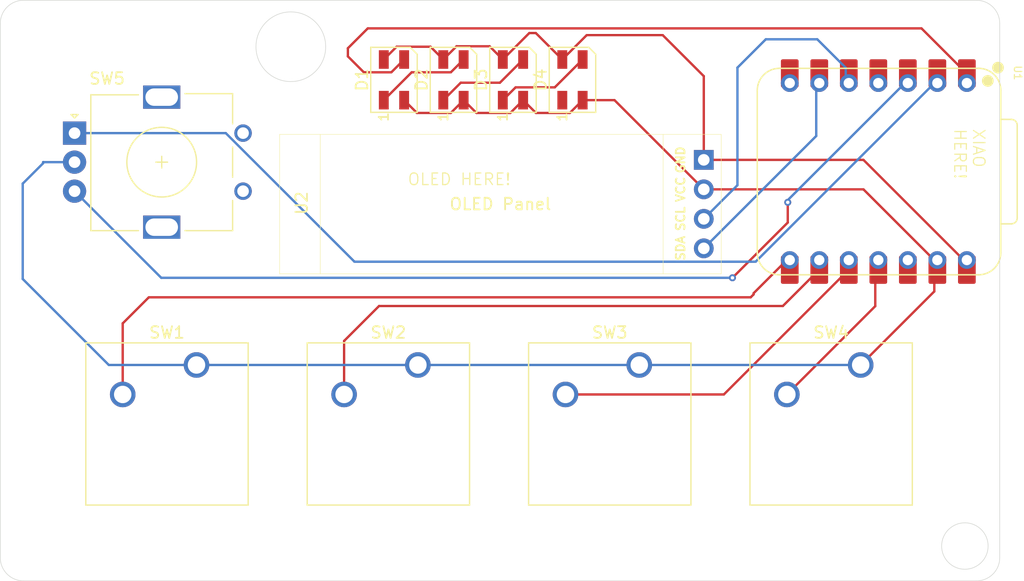
<source format=kicad_pcb>
(kicad_pcb (version 20241229) (generator "pcbnew") (generator_version "9.0")
  (layers (0 "F.Cu" signal) (2 "B.Cu" signal) (13 "F.Paste" user) (15 "B.Paste" user) (5 "F.SilkS" user "F.Silkscreen") (7 "B.SilkS" user "B.Silkscreen") (1 "F.Mask" user) (3 "B.Mask" user) (25 "Edge.Cuts" user))
  (net 0 "")
  (net 1 "Net-(D1-DOUT)")
  (net 2 "Net-(D1-DIN)")
  (net 3 "GND")
  (net 4 "+5V")
  (net 5 "Net-(D2-DOUT)")
  (net 6 "Net-(D3-DOUT)")
  (net 8 "Net-(U1-GPIO1{slash}RX)")
  (net 9 "Net-(U1-GPIO2{slash}SCK)")
  (net 10 "Net-(U1-GPIO4{slash}MISO)")
  (net 11 "Net-(U1-GPIO3{slash}MOSI)")
  (net 12 "Net-(U1-GPIO28{slash}ADC2{slash}A2)")
  (net 13 "Net-(U1-GPIO27{slash}ADC1{slash}A1)")
  (net 15 "Net-(U1-GPIO7{slash}SCL)")
  (net 18 "Net-(U1-GPIO6{slash}SDA)")
  (footprint "Seeed Studio XIAO Series Library:XIAO-RP2040-DIP" (layer "F.Cu") (at 144.5515 68.75 -90)
    (property "Reference" "U1" (at -8.5 -12 270) (layer "F.SilkS") (effects (font (size 0.635 0.635) (thickness 0.1016))))
    (property "Value" "XIAO-RP2040-DIP")
    (fp_line (start -6.985 10.414) (end 6.985 10.414) (stroke (width 0.127)) (layer "F.SilkS"))
    (fp_line (start -8.89 8.509) (end -8.89 -8.636) (stroke (width 0.127)) (layer "F.SilkS"))
    (fp_line (start 8.89 8.509) (end 8.89 -8.636) (stroke (width 0.127)) (layer "F.SilkS"))
    (fp_line (start -4.495 -10.541) (end -4.491272 -11.451272) (stroke (width 0.127)) (layer "F.SilkS"))
    (fp_line (start 6.985 -10.541) (end -6.985 -10.541) (stroke (width 0.1)) (layer "F.SilkS"))
    (fp_line (start 6.985 -10.541) (end -6.985 -10.541) (stroke (width 0.127)) (layer "F.SilkS"))
    (fp_line (start 4.504 -11.451) (end 4.504 -10.541) (stroke (width 0.127)) (layer "F.SilkS"))
    (fp_line (start -3.991272 -11.951) (end 4.004 -11.951) (stroke (width 0.127)) (layer "F.SilkS"))
    (fp_arc (start -6.985 10.414) (mid -8.332038 9.856038) (end -8.89 8.509) (stroke (width 0.127)) (layer "F.SilkS"))
    (fp_arc (start 8.89 8.509) (mid 8.332038 9.856038) (end 6.985 10.414) (stroke (width 0.127)) (layer "F.SilkS"))
    (fp_arc (start -8.89 -8.636) (mid -8.332038 -9.983038) (end -6.985 -10.541) (stroke (width 0.127)) (layer "F.SilkS"))
    (fp_arc (start 6.985 -10.541) (mid 8.332038 -9.983038) (end 8.89 -8.636) (stroke (width 0.127)) (layer "F.SilkS"))
    (fp_arc (start -4.491272 -11.451272) (mid -4.344728 -11.80464) (end -3.991272 -11.951) (stroke (width 0.127)) (layer "F.SilkS"))
    (fp_arc (start 4.004 -11.951) (mid 4.357553 -11.804553) (end 4.504 -11.451) (stroke (width 0.127)) (layer "F.SilkS"))
    (fp_circle (center -7.807 -9.42) (end -7.807 -9.674) (stroke (width 0.5)) (fill yes) (layer "F.SilkS"))
    (fp_circle (center -8.95 -10.3) (end -8.95 -10.554) (stroke (width 0.5)) (fill yes) (layer "F.SilkS"))
    (pad "1" smd roundrect (at -8.455 -7.62 90) (size 2.432 1.524) (layers "F.Cu" "F.Mask") (roundrect_rratio 0.1) (net 2 "Net-(D1-DIN)"))
    (pad "1" thru_hole circle (at -7.62 -7.62 90) (size 1.524 1.524) (drill 0.889) (layers "*.Cu" "*.Mask") (net 2 "Net-(D1-DIN)"))
    (pad "2" smd roundrect (at -8.455 -5.08 90) (size 2.432 1.524) (layers "F.Cu" "F.Mask") (roundrect_rratio 0.1) (net 13 "Net-(U1-GPIO27{slash}ADC1{slash}A1)"))
    (pad "2" thru_hole circle (at -7.62 -5.08 90) (size 1.524 1.524) (drill 0.889) (layers "*.Cu" "*.Mask") (net 13 "Net-(U1-GPIO27{slash}ADC1{slash}A1)"))
    (pad "3" smd roundrect (at -8.455 -2.54 90) (size 2.432 1.524) (layers "F.Cu" "F.Mask") (roundrect_rratio 0.1) (net 12 "Net-(U1-GPIO28{slash}ADC2{slash}A2)"))
    (pad "3" thru_hole circle (at -7.62 -2.54 90) (size 1.524 1.524) (drill 0.889) (layers "*.Cu" "*.Mask") (net 12 "Net-(U1-GPIO28{slash}ADC2{slash}A2)"))
    (pad "4" smd roundrect (at -8.455 0 90) (size 2.432 1.524) (layers "F.Cu" "F.Mask") (roundrect_rratio 0.1))
    (pad "4" thru_hole circle (at -7.62 0 90) (size 1.524 1.524) (drill 0.889) (layers "*.Cu" "*.Mask"))
    (pad "5" smd roundrect (at -8.455 2.54 90) (size 2.432 1.524) (layers "F.Cu" "F.Mask") (roundrect_rratio 0.1) (net 18 "Net-(U1-GPIO6{slash}SDA)"))
    (pad "5" thru_hole circle (at -7.62 2.54 90) (size 1.524 1.524) (drill 0.889) (layers "*.Cu" "*.Mask") (net 18 "Net-(U1-GPIO6{slash}SDA)"))
    (pad "6" smd roundrect (at -8.455 5.08 90) (size 2.432 1.524) (layers "F.Cu" "F.Mask") (roundrect_rratio 0.1) (net 15 "Net-(U1-GPIO7{slash}SCL)"))
    (pad "6" thru_hole circle (at -7.62 5.08 90) (size 1.524 1.524) (drill 0.889) (layers "*.Cu" "*.Mask") (net 15 "Net-(U1-GPIO7{slash}SCL)"))
    (pad "7" smd roundrect (at -8.455 7.62 90) (size 2.432 1.524) (layers "F.Cu" "F.Mask") (roundrect_rratio 0.1))
    (pad "7" thru_hole circle (at -7.62 7.62 90) (size 1.524 1.524) (drill 0.889) (layers "*.Cu" "*.Mask"))
    (pad "8" thru_hole circle (at 7.62 7.62 270) (size 1.524 1.524) (drill 0.889) (layers "*.Cu" "*.Mask") (net 8 "Net-(U1-GPIO1{slash}RX)"))
    (pad "8" smd roundrect (at 8.455 7.62 270) (size 2.432 1.524) (layers "F.Cu" "F.Mask") (roundrect_rratio 0.1) (net 8 "Net-(U1-GPIO1{slash}RX)"))
    (pad "9" thru_hole circle (at 7.62 5.08 270) (size 1.524 1.524) (drill 0.889) (layers "*.Cu" "*.Mask") (net 9 "Net-(U1-GPIO2{slash}SCK)"))
    (pad "9" smd roundrect (at 8.455 5.08 270) (size 2.432 1.524) (layers "F.Cu" "F.Mask") (roundrect_rratio 0.1) (net 9 "Net-(U1-GPIO2{slash}SCK)"))
    (pad "10" thru_hole circle (at 7.62 2.54 270) (size 1.524 1.524) (drill 0.889) (layers "*.Cu" "*.Mask") (net 10 "Net-(U1-GPIO4{slash}MISO)"))
    (pad "10" smd roundrect (at 8.455 2.54 270) (size 2.432 1.524) (layers "F.Cu" "F.Mask") (roundrect_rratio 0.1) (net 10 "Net-(U1-GPIO4{slash}MISO)"))
    (pad "11" thru_hole circle (at 7.62 0 270) (size 1.524 1.524) (drill 0.889) (layers "*.Cu" "*.Mask") (net 11 "Net-(U1-GPIO3{slash}MOSI)"))
    (pad "11" smd roundrect (at 8.455 0 270) (size 2.432 1.524) (layers "F.Cu" "F.Mask") (roundrect_rratio 0.1) (net 11 "Net-(U1-GPIO3{slash}MOSI)"))
    (pad "12" thru_hole circle (at 7.62 -2.54 270) (size 1.524 1.524) (drill 0.889) (layers "*.Cu" "*.Mask"))
    (pad "12" smd roundrect (at 8.455 -2.54 270) (size 2.432 1.524) (layers "F.Cu" "F.Mask") (roundrect_rratio 0.1))
    (pad "13" thru_hole circle (at 7.62 -5.08 270) (size 1.524 1.524) (drill 0.889) (layers "*.Cu" "*.Mask") (net 3 "GND"))
    (pad "13" smd roundrect (at 8.455 -5.08 270) (size 2.432 1.524) (layers "F.Cu" "F.Mask") (roundrect_rratio 0.1) (net 3 "GND"))
    (pad "14" thru_hole circle (at 7.62 -7.62 270) (size 1.524 1.524) (drill 0.889) (layers "*.Cu" "*.Mask") (net 4 "+5V"))
    (pad "14" smd roundrect (at 8.455 -7.62 270) (size 2.432 1.524) (layers "F.Cu" "F.Mask") (roundrect_rratio 0.1) (net 4 "+5V"))
  )
  (footprint "Button_Switch_Keyboard:SW_Cherry_MX_1.00u_PCB" (layer "F.Cu") (at 143.03375 85.4075)
    (property "Reference" "SW4" (at -2.54 -2.794 0) (layer "F.SilkS"))
    (property "Value" "SW_Push")
    (fp_line (start -9.525 -1.905) (end 4.445 -1.905) (stroke (width 0.12)) (layer "F.SilkS"))
    (fp_line (start -9.525 12.065) (end -9.525 -1.905) (stroke (width 0.12)) (layer "F.SilkS"))
    (fp_line (start 4.445 -1.905) (end 4.445 12.065) (stroke (width 0.12)) (layer "F.SilkS"))
    (fp_line (start 4.445 12.065) (end -9.525 12.065) (stroke (width 0.12)) (layer "F.SilkS"))
    (pad "" np_thru_hole circle (at -7.62 5.08) (size 1.7 1.7) (drill 1.7) (layers "*.Cu" "*.Mask"))
    (pad "" np_thru_hole circle (at -2.54 5.08) (size 4 4) (drill 4) (layers "*.Cu" "*.Mask"))
    (pad "" np_thru_hole circle (at 2.54 5.08) (size 1.7 1.7) (drill 1.7) (layers "*.Cu" "*.Mask"))
    (pad "1" thru_hole circle (at 0 0) (size 2.2 2.2) (drill 1.5) (layers "*.Cu" "*.Mask") (net 3 "GND"))
    (pad "2" thru_hole circle (at -6.35 2.54) (size 2.2 2.2) (drill 1.5) (layers "*.Cu" "*.Mask") (net 11 "Net-(U1-GPIO3{slash}MOSI)"))
  )
  (footprint "LED_SMD:LED_SK6812MINI_PLCC4_3.5x3.5mm_P1.75mm" (layer "F.Cu") (at 113.115 60.85 90)
    (property "Reference" "D3" (at 0 -2.75 90) (layer "F.SilkS"))
    (property "Value" "SK6812MINI")
    (fp_line (start -2.8 -2) (end 2.8 -2) (stroke (width 0.12)) (layer "F.SilkS"))
    (fp_line (start -2.8 -2) (end -2.8 2) (stroke (width 0.12)) (layer "F.SilkS"))
    (fp_line (start 2.8 1.4) (end 2.8 -2) (stroke (width 0.12)) (layer "F.SilkS"))
    (fp_line (start 2.8 1.4) (end 2.2 2) (stroke (width 0.12)) (layer "F.SilkS"))
    (fp_line (start -2.8 2) (end 2.2 2) (stroke (width 0.12)) (layer "F.SilkS"))
    (fp_text user "1" (at -3.2 -0.875 90) (layer "F.SilkS") (effects (font (size 0.8 0.8))))
    (pad "1" smd rect (at -1.75 -0.875 90) (size 1.6 0.85) (layers "F.Cu" "F.Mask" "F.Paste") (net 6 "Net-(D3-DOUT)"))
    (pad "2" smd rect (at -1.75 0.875 90) (size 1.6 0.85) (layers "F.Cu" "F.Mask" "F.Paste") (net 3 "GND"))
    (pad "3" smd rect (at 1.75 0.875 90) (size 1.6 0.85) (layers "F.Cu" "F.Mask" "F.Paste") (net 5 "Net-(D2-DOUT)"))
    (pad "4" smd rect (at 1.75 -0.875 90) (size 1.6 0.85) (layers "F.Cu" "F.Mask" "F.Paste") (net 4 "+5V"))
  )
  (footprint "Rotary_Encoder:RotaryEncoder_Alps_EC11E_Vertical_H20mm" (layer "F.Cu") (at 75.39 65.44)
    (property "Reference" "SW5" (at 2.8 -4.7 0) (layer "F.SilkS"))
    (property "Value" "RotaryEncoder")
    (fp_line (start -0.3 -1.6) (end 0.3 -1.6) (stroke (width 0.12)) (layer "F.SilkS"))
    (fp_line (start 0 -1.3) (end -0.3 -1.6) (stroke (width 0.12)) (layer "F.SilkS"))
    (fp_line (start 0.3 -1.6) (end 0 -1.3) (stroke (width 0.12)) (layer "F.SilkS"))
    (fp_line (start 1.4 -3.3) (end 1.4 8.4) (stroke (width 0.12)) (layer "F.SilkS"))
    (fp_line (start 5.5 -3.3) (end 1.4 -3.3) (stroke (width 0.12)) (layer "F.SilkS"))
    (fp_line (start 5.5 8.4) (end 1.4 8.4) (stroke (width 0.12)) (layer "F.SilkS"))
    (fp_line (start 7 2.5) (end 8 2.5) (stroke (width 0.12)) (layer "F.SilkS"))
    (fp_line (start 7.5 2) (end 7.5 3) (stroke (width 0.12)) (layer "F.SilkS"))
    (fp_line (start 9.5 -3.4) (end 13.6 -3.4) (stroke (width 0.12)) (layer "F.SilkS"))
    (fp_line (start 13.6 -3.4) (end 13.6 -0.8) (stroke (width 0.12)) (layer "F.SilkS"))
    (fp_line (start 13.6 1.2) (end 13.6 3.8) (stroke (width 0.12)) (layer "F.SilkS"))
    (fp_line (start 13.6 5.8) (end 13.6 8.4) (stroke (width 0.12)) (layer "F.SilkS"))
    (fp_line (start 13.6 8.4) (end 9.5 8.4) (stroke (width 0.12)) (layer "F.SilkS"))
    (fp_circle (center 7.5 2.5) (end 10.5 2.5) (stroke (width 0.12)) (fill no) (layer "F.SilkS"))
    (pad "" thru_hole circle (at 14.5 0) (size 1.5 1.5) (drill 1) (layers "*.Cu" "*.Mask"))
    (pad "" thru_hole circle (at 14.5 5) (size 1.5 1.5) (drill 1) (layers "*.Cu" "*.Mask"))
    (pad "A" thru_hole rect (at 0 0) (size 2 2) (drill 1) (layers "*.Cu" "*.Mask") (net 13 "Net-(U1-GPIO27{slash}ADC1{slash}A1)"))
    (pad "B" thru_hole circle (at 0 5) (size 2 2) (drill 1) (layers "*.Cu" "*.Mask") (net 12 "Net-(U1-GPIO28{slash}ADC2{slash}A2)"))
    (pad "C" thru_hole circle (at 0 2.5) (size 2 2) (drill 1) (layers "*.Cu" "*.Mask") (net 3 "GND"))
    (pad "MP" thru_hole rect (at 7.5 -3.1) (size 3.2 2) (drill oval 2.8 1.5) (layers "*.Cu" "*.Mask"))
    (pad "MP" thru_hole rect (at 7.5 8.1) (size 3.2 2) (drill oval 2.8 1.5) (layers "*.Cu" "*.Mask"))
  )
  (footprint "LED_SMD:LED_SK6812MINI_PLCC4_3.5x3.5mm_P1.75mm" (layer "F.Cu") (at 102.875 60.85 90)
    (property "Reference" "D1" (at 0 -2.75 90) (layer "F.SilkS"))
    (property "Value" "SK6812MINI")
    (fp_line (start -2.8 -2) (end 2.8 -2) (stroke (width 0.12)) (layer "F.SilkS"))
    (fp_line (start -2.8 -2) (end -2.8 2) (stroke (width 0.12)) (layer "F.SilkS"))
    (fp_line (start 2.8 1.4) (end 2.8 -2) (stroke (width 0.12)) (layer "F.SilkS"))
    (fp_line (start 2.8 1.4) (end 2.2 2) (stroke (width 0.12)) (layer "F.SilkS"))
    (fp_line (start -2.8 2) (end 2.2 2) (stroke (width 0.12)) (layer "F.SilkS"))
    (fp_text user "1" (at -3.2 -0.875 90) (layer "F.SilkS") (effects (font (size 0.8 0.8))))
    (pad "1" smd rect (at -1.75 -0.875 90) (size 1.6 0.85) (layers "F.Cu" "F.Mask" "F.Paste") (net 1 "Net-(D1-DOUT)"))
    (pad "2" smd rect (at -1.75 0.875 90) (size 1.6 0.85) (layers "F.Cu" "F.Mask" "F.Paste") (net 3 "GND"))
    (pad "3" smd rect (at 1.75 0.875 90) (size 1.6 0.85) (layers "F.Cu" "F.Mask" "F.Paste") (net 2 "Net-(D1-DIN)"))
    (pad "4" smd rect (at 1.75 -0.875 90) (size 1.6 0.85) (layers "F.Cu" "F.Mask" "F.Paste") (net 4 "+5V"))
  )
  (footprint "Button_Switch_Keyboard:SW_Cherry_MX_1.00u_PCB" (layer "F.Cu") (at 123.98375 85.4075)
    (property "Reference" "SW3" (at -2.54 -2.794 0) (layer "F.SilkS"))
    (property "Value" "SW_Push")
    (fp_line (start -9.525 -1.905) (end 4.445 -1.905) (stroke (width 0.12)) (layer "F.SilkS"))
    (fp_line (start -9.525 12.065) (end -9.525 -1.905) (stroke (width 0.12)) (layer "F.SilkS"))
    (fp_line (start 4.445 -1.905) (end 4.445 12.065) (stroke (width 0.12)) (layer "F.SilkS"))
    (fp_line (start 4.445 12.065) (end -9.525 12.065) (stroke (width 0.12)) (layer "F.SilkS"))
    (pad "" np_thru_hole circle (at -7.62 5.08) (size 1.7 1.7) (drill 1.7) (layers "*.Cu" "*.Mask"))
    (pad "" np_thru_hole circle (at -2.54 5.08) (size 4 4) (drill 4) (layers "*.Cu" "*.Mask"))
    (pad "" np_thru_hole circle (at 2.54 5.08) (size 1.7 1.7) (drill 1.7) (layers "*.Cu" "*.Mask"))
    (pad "1" thru_hole circle (at 0 0) (size 2.2 2.2) (drill 1.5) (layers "*.Cu" "*.Mask") (net 3 "GND"))
    (pad "2" thru_hole circle (at -6.35 2.54) (size 2.2 2.2) (drill 1.5) (layers "*.Cu" "*.Mask") (net 10 "Net-(U1-GPIO4{slash}MISO)"))
  )
  (footprint "Button_Switch_Keyboard:SW_Cherry_MX_1.00u_PCB" (layer "F.Cu") (at 85.88375 85.4075)
    (property "Reference" "SW1" (at -2.54 -2.794 0) (layer "F.SilkS"))
    (property "Value" "SW_Push")
    (fp_line (start -9.525 -1.905) (end 4.445 -1.905) (stroke (width 0.12)) (layer "F.SilkS"))
    (fp_line (start -9.525 12.065) (end -9.525 -1.905) (stroke (width 0.12)) (layer "F.SilkS"))
    (fp_line (start 4.445 -1.905) (end 4.445 12.065) (stroke (width 0.12)) (layer "F.SilkS"))
    (fp_line (start 4.445 12.065) (end -9.525 12.065) (stroke (width 0.12)) (layer "F.SilkS"))
    (pad "" np_thru_hole circle (at -7.62 5.08) (size 1.7 1.7) (drill 1.7) (layers "*.Cu" "*.Mask"))
    (pad "" np_thru_hole circle (at -2.54 5.08) (size 4 4) (drill 4) (layers "*.Cu" "*.Mask"))
    (pad "" np_thru_hole circle (at 2.54 5.08) (size 1.7 1.7) (drill 1.7) (layers "*.Cu" "*.Mask"))
    (pad "1" thru_hole circle (at 0 0) (size 2.2 2.2) (drill 1.5) (layers "*.Cu" "*.Mask") (net 3 "GND"))
    (pad "2" thru_hole circle (at -6.35 2.54) (size 2.2 2.2) (drill 1.5) (layers "*.Cu" "*.Mask") (net 8 "Net-(U1-GPIO1{slash}RX)"))
  )
  (footprint "LED_SMD:LED_SK6812MINI_PLCC4_3.5x3.5mm_P1.75mm" (layer "F.Cu") (at 118.235 60.85 90)
    (property "Reference" "D4" (at 0 -2.75 90) (layer "F.SilkS"))
    (property "Value" "SK6812MINI")
    (fp_line (start -2.8 -2) (end 2.8 -2) (stroke (width 0.12)) (layer "F.SilkS"))
    (fp_line (start -2.8 -2) (end -2.8 2) (stroke (width 0.12)) (layer "F.SilkS"))
    (fp_line (start 2.8 1.4) (end 2.8 -2) (stroke (width 0.12)) (layer "F.SilkS"))
    (fp_line (start 2.8 1.4) (end 2.2 2) (stroke (width 0.12)) (layer "F.SilkS"))
    (fp_line (start -2.8 2) (end 2.2 2) (stroke (width 0.12)) (layer "F.SilkS"))
    (fp_text user "1" (at -3.2 -0.875 90) (layer "F.SilkS") (effects (font (size 0.8 0.8))))
    (pad "1" smd rect (at -1.75 -0.875 90) (size 1.6 0.85) (layers "F.Cu" "F.Mask" "F.Paste"))
    (pad "2" smd rect (at -1.75 0.875 90) (size 1.6 0.85) (layers "F.Cu" "F.Mask" "F.Paste") (net 3 "GND"))
    (pad "3" smd rect (at 1.75 0.875 90) (size 1.6 0.85) (layers "F.Cu" "F.Mask" "F.Paste") (net 6 "Net-(D3-DOUT)"))
    (pad "4" smd rect (at 1.75 -0.875 90) (size 1.6 0.85) (layers "F.Cu" "F.Mask" "F.Paste") (net 4 "+5V"))
  )
  (footprint "LED_SMD:LED_SK6812MINI_PLCC4_3.5x3.5mm_P1.75mm" (layer "F.Cu") (at 107.995 60.85 90)
    (property "Reference" "D2" (at 0 -2.75 90) (layer "F.SilkS"))
    (property "Value" "SK6812MINI")
    (fp_line (start -2.8 -2) (end 2.8 -2) (stroke (width 0.12)) (layer "F.SilkS"))
    (fp_line (start -2.8 -2) (end -2.8 2) (stroke (width 0.12)) (layer "F.SilkS"))
    (fp_line (start 2.8 1.4) (end 2.8 -2) (stroke (width 0.12)) (layer "F.SilkS"))
    (fp_line (start 2.8 1.4) (end 2.2 2) (stroke (width 0.12)) (layer "F.SilkS"))
    (fp_line (start -2.8 2) (end 2.2 2) (stroke (width 0.12)) (layer "F.SilkS"))
    (fp_text user "1" (at -3.2 -0.875 90) (layer "F.SilkS") (effects (font (size 0.8 0.8))))
    (pad "1" smd rect (at -1.75 -0.875 90) (size 1.6 0.85) (layers "F.Cu" "F.Mask" "F.Paste") (net 5 "Net-(D2-DOUT)"))
    (pad "2" smd rect (at -1.75 0.875 90) (size 1.6 0.85) (layers "F.Cu" "F.Mask" "F.Paste") (net 3 "GND"))
    (pad "3" smd rect (at 1.75 0.875 90) (size 1.6 0.85) (layers "F.Cu" "F.Mask" "F.Paste") (net 1 "Net-(D1-DOUT)"))
    (pad "4" smd rect (at 1.75 -0.875 90) (size 1.6 0.85) (layers "F.Cu" "F.Mask" "F.Paste") (net 4 "+5V"))
  )
  (footprint "KiCad-SSD1306-0.91-OLED-4pin-128x32.pretty-master:SSD1306-0.91-OLED-4pin-128x32" (layer "F.Cu") (at 93.03375 65.5525)
    (property "Reference" "U2" (at 1.9 5.91 90) (layer "F.SilkS"))
    (property "Value" "SSD1306")
    (fp_line (start 0 0) (end 0 12) (stroke (width 0.04)) (layer "F.SilkS"))
    (fp_line (start 0 12) (end 38 12) (stroke (width 0.04)) (layer "F.SilkS"))
    (fp_line (start 3.5 0) (end 3.5 12) (stroke (width 0.04)) (layer "F.SilkS"))
    (fp_line (start 33 0) (end 33 12) (stroke (width 0.04)) (layer "F.SilkS"))
    (fp_line (start 38 0) (end 0 0) (stroke (width 0.04)) (layer "F.SilkS"))
    (fp_line (start 38 12) (end 38 0) (stroke (width 0.04)) (layer "F.SilkS"))
    (fp_text user "SCL" (at 34.5 7.27 270) (layer "F.SilkS") (effects (font (size 0.75 0.75))))
    (fp_text user "SDA" (at 34.5 9.81 270) (layer "F.SilkS") (effects (font (size 0.75 0.75))))
    (fp_text user "VCC" (at 34.5 4.73 270) (layer "F.SilkS") (effects (font (size 0.75 0.75))))
    (fp_text user "GND" (at 34.5 2.19 270) (layer "F.SilkS") (effects (font (size 0.75 0.75))))
    (fp_text user "OLED Panel" (at 19 6 0) (layer "F.SilkS"))
    (pad "1" thru_hole rect (at 36.5 2.19) (size 1.7 1.7) (drill 1) (layers "*.Cu" "*.Mask") (net 4 "+5V"))
    (pad "2" thru_hole oval (at 36.5 4.73) (size 1.7 1.7) (drill 1) (layers "*.Cu" "*.Mask") (net 3 "GND"))
    (pad "3" thru_hole oval (at 36.5 7.27) (size 1.7 1.7) (drill 1) (layers "*.Cu" "*.Mask") (net 18 "Net-(U1-GPIO6{slash}SDA)"))
    (pad "4" thru_hole oval (at 36.5 9.81) (size 1.7 1.7) (drill 1) (layers "*.Cu" "*.Mask") (net 15 "Net-(U1-GPIO7{slash}SCL)"))
  )
  (footprint "Button_Switch_Keyboard:SW_Cherry_MX_1.00u_PCB" (layer "F.Cu") (at 104.93375 85.4075)
    (property "Reference" "SW2" (at -2.54 -2.794 0) (layer "F.SilkS"))
    (property "Value" "SW_Push")
    (fp_line (start -9.525 -1.905) (end 4.445 -1.905) (stroke (width 0.12)) (layer "F.SilkS"))
    (fp_line (start -9.525 12.065) (end -9.525 -1.905) (stroke (width 0.12)) (layer "F.SilkS"))
    (fp_line (start 4.445 -1.905) (end 4.445 12.065) (stroke (width 0.12)) (layer "F.SilkS"))
    (fp_line (start 4.445 12.065) (end -9.525 12.065) (stroke (width 0.12)) (layer "F.SilkS"))
    (pad "" np_thru_hole circle (at -7.62 5.08) (size 1.7 1.7) (drill 1.7) (layers "*.Cu" "*.Mask"))
    (pad "" np_thru_hole circle (at -2.54 5.08) (size 4 4) (drill 4) (layers "*.Cu" "*.Mask"))
    (pad "" np_thru_hole circle (at 2.54 5.08) (size 1.7 1.7) (drill 1.7) (layers "*.Cu" "*.Mask"))
    (pad "1" thru_hole circle (at 0 0) (size 2.2 2.2) (drill 1.5) (layers "*.Cu" "*.Mask") (net 3 "GND"))
    (pad "2" thru_hole circle (at -6.35 2.54) (size 2.2 2.2) (drill 1.5) (layers "*.Cu" "*.Mask") (net 9 "Net-(U1-GPIO2{slash}SCK)"))
  )
  (gr_line (start 153 104) (end 71 104) (stroke (width 0.05)) (layer "Edge.Cuts"))
  (gr_line (start 155 56) (end 155 102) (stroke (width 0.05)) (layer "Edge.Cuts"))
  (gr_arc (start 71 104) (mid 69.585786 103.414214) (end 69 102) (stroke (width 0.05)) (layer "Edge.Cuts"))
  (gr_arc (start 69 56) (mid 69.585786 54.585786) (end 71 54) (stroke (width 0.05)) (layer "Edge.Cuts"))
  (gr_line (start 71 54) (end 153 54) (stroke (width 0.05)) (layer "Edge.Cuts"))
  (gr_arc (start 155 102) (mid 154.414214 103.414214) (end 153 104) (stroke (width 0.05)) (layer "Edge.Cuts"))
  (gr_circle (center 94 58) (end 97 58) (stroke (width 0.05)) (fill no) (layer "Edge.Cuts"))
  (gr_circle (center 152 101) (end 152 99) (stroke (width 0.05)) (fill no) (layer "Edge.Cuts"))
  (gr_arc (start 153 54) (mid 154.414214 54.585786) (end 155 56) (stroke (width 0.05)) (layer "Edge.Cuts"))
  (gr_line (start 69 102) (end 69 56) (stroke (width 0.05)) (layer "Edge.Cuts"))
  (gr_text "XIAO \nHERE!" (at 151 65 270) (layer "F.SilkS") (effects (font (size 1 1) (thickness 0.1)) (justify left bottom)))
  (gr_text "OLED HERE!" (at 104 70 0) (layer "F.SilkS") (effects (font (size 1 1) (thickness 0.1)) (justify left bottom)))
  (segment (start 104.399 60.201) (end 107.769 60.201) (width 0.2) (layer "F.Cu") (net 1))
  (segment (start 102 62.6) (end 104.399 60.201) (width 0.2) (layer "F.Cu") (net 1))
  (segment (start 107.769 60.201) (end 108.87 59.1) (width 0.2) (layer "F.Cu") (net 1))
  (segment (start 100.621 56.419) (end 148.26663 56.419) (width 0.2) (layer "F.Cu") (net 2))
  (segment (start 103.75 59.1) (end 102.649 60.201) (width 0.2) (layer "F.Cu") (net 2))
  (segment (start 151.91 60.06237) (end 151.91 61.14) (width 0.2) (layer "F.Cu") (net 2))
  (segment (start 98.91 58.13) (end 100.621 56.419) (width 0.2) (layer "F.Cu") (net 2))
  (segment (start 100.281 60.201) (end 98.91 58.83) (width 0.2) (layer "F.Cu") (net 2))
  (segment (start 102.649 60.201) (end 100.281 60.201) (width 0.2) (layer "F.Cu") (net 2))
  (segment (start 98.91 58.83) (end 98.91 58.13) (width 0.2) (layer "F.Cu") (net 2))
  (segment (start 148.26663 56.419) (end 151.91 60.06237) (width 0.2) (layer "F.Cu") (net 2))
  (segment (start 143.2725 70.2825) (end 149.37 76.38) (width 0.2) (layer "F.Cu") (net 3))
  (segment (start 143.03375 85.4075) (end 149.37 79.07125) (width 0.2) (layer "F.Cu") (net 3))
  (segment (start 103.75 62.6) (end 104.851 63.701) (width 0.2) (layer "F.Cu") (net 3))
  (segment (start 109.971 63.701) (end 112.889 63.701) (width 0.2) (layer "F.Cu") (net 3))
  (segment (start 149.37 79.07125) (end 149.37 76.38) (width 0.2) (layer "F.Cu") (net 3))
  (segment (start 115.091 63.701) (end 118.009 63.701) (width 0.2) (layer "F.Cu") (net 3))
  (segment (start 107.769 63.701) (end 108.87 62.6) (width 0.2) (layer "F.Cu") (net 3))
  (segment (start 104.851 63.701) (end 107.769 63.701) (width 0.2) (layer "F.Cu") (net 3))
  (segment (start 119.11 62.6) (end 121.85125 62.6) (width 0.2) (layer "F.Cu") (net 3))
  (segment (start 129.53375 70.2825) (end 143.2725 70.2825) (width 0.2) (layer "F.Cu") (net 3))
  (segment (start 113.99 62.6) (end 115.091 63.701) (width 0.2) (layer "F.Cu") (net 3))
  (segment (start 118.009 63.701) (end 119.11 62.6) (width 0.2) (layer "F.Cu") (net 3))
  (segment (start 108.87 62.6) (end 109.971 63.701) (width 0.2) (layer "F.Cu") (net 3))
  (segment (start 121.85125 62.6) (end 129.53375 70.2825) (width 0.2) (layer "F.Cu") (net 3))
  (segment (start 112.889 63.701) (end 113.99 62.6) (width 0.2) (layer "F.Cu") (net 3))
  (segment (start 85.88375 85.4075) (end 104.93375 85.4075) (width 0.2) (layer "B.Cu") (net 3))
  (segment (start 72.68 67.95) (end 72.69 67.94) (width 0.2) (layer "B.Cu") (net 3))
  (segment (start 70.93 69.79) (end 72.68 68.04) (width 0.2) (layer "B.Cu") (net 3))
  (segment (start 72.68 68.04) (end 72.68 67.95) (width 0.2) (layer "B.Cu") (net 3))
  (segment (start 78.3375 85.4075) (end 70.93 78) (width 0.2) (layer "B.Cu") (net 3))
  (segment (start 70.93 78) (end 70.93 69.79) (width 0.2) (layer "B.Cu") (net 3))
  (segment (start 123.98375 85.4075) (end 143.03375 85.4075) (width 0.2) (layer "B.Cu") (net 3))
  (segment (start 104.93375 85.4075) (end 123.98375 85.4075) (width 0.2) (layer "B.Cu") (net 3))
  (segment (start 85.88375 85.4075) (end 78.3375 85.4075) (width 0.2) (layer "B.Cu") (net 3))
  (segment (start 72.69 67.94) (end 75.39 67.94) (width 0.2) (layer "B.Cu") (net 3))
  (segment (start 129.53375 60.53375) (end 129.53375 67.7425) (width 0.2) (layer "F.Cu") (net 4))
  (segment (start 117.36 59.1) (end 119.46 57) (width 0.2) (layer "F.Cu") (net 4))
  (segment (start 102 59.1) (end 103.101 57.999) (width 0.2) (layer "F.Cu") (net 4))
  (segment (start 115.08 56.82) (end 117.36 59.1) (width 0.2) (layer "F.Cu") (net 4))
  (segment (start 114.52 56.82) (end 115.08 56.82) (width 0.2) (layer "F.Cu") (net 4))
  (segment (start 106.019 57.999) (end 107.12 59.1) (width 0.2) (layer "F.Cu") (net 4))
  (segment (start 103.101 57.999) (end 106.019 57.999) (width 0.2) (layer "F.Cu") (net 4))
  (segment (start 108.26 57.96) (end 111.1 57.96) (width 0.2) (layer "F.Cu") (net 4))
  (segment (start 111.1 57.96) (end 112.24 59.1) (width 0.2) (layer "F.Cu") (net 4))
  (segment (start 119.46 57) (end 126 57) (width 0.2) (layer "F.Cu") (net 4))
  (segment (start 151.91 76.38) (end 143.2725 67.7425) (width 0.2) (layer "F.Cu") (net 4))
  (segment (start 107.12 59.1) (end 108.26 57.96) (width 0.2) (layer "F.Cu") (net 4))
  (segment (start 143.2725 67.7425) (end 129.53375 67.7425) (width 0.2) (layer "F.Cu") (net 4))
  (segment (start 112.24 59.1) (end 114.52 56.82) (width 0.2) (layer "F.Cu") (net 4))
  (segment (start 126 57) (end 129.53375 60.53375) (width 0.2) (layer "F.Cu") (net 4))
  (segment (start 111.992 61.098) (end 113.99 59.1) (width 0.2) (layer "F.Cu") (net 5))
  (segment (start 107.12 62.6) (end 108.622 61.098) (width 0.2) (layer "F.Cu") (net 5))
  (segment (start 108.622 61.098) (end 111.992 61.098) (width 0.2) (layer "F.Cu") (net 5))
  (segment (start 119.11 59.1) (end 116.711 61.499) (width 0.2) (layer "F.Cu") (net 6))
  (segment (start 116.711 61.499) (end 113.341 61.499) (width 0.2) (layer "F.Cu") (net 6))
  (segment (start 113.341 61.499) (end 112.24 62.6) (width 0.2) (layer "F.Cu") (net 6))
  (segment (start 81.78 79.58) (end 133.57 79.58) (width 0.2) (layer "F.Cu") (net 8))
  (segment (start 133.57 79.58) (end 133.82 79.33) (width 0.2) (layer "F.Cu") (net 8))
  (segment (start 133.82 79.23) (end 136.67 76.38) (width 0.2) (layer "F.Cu") (net 8))
  (segment (start 79.53375 87.9475) (end 79.53375 81.82625) (width 0.2) (layer "F.Cu") (net 8))
  (segment (start 133.82 79.33) (end 133.82 79.23) (width 0.2) (layer "F.Cu") (net 8))
  (segment (start 79.53375 81.82625) (end 81.78 79.58) (width 0.2) (layer "F.Cu") (net 8))
  (segment (start 98.58375 83.33625) (end 101.59 80.33) (width 0.2) (layer "F.Cu") (net 9))
  (segment (start 98.58375 87.9475) (end 98.58375 83.33625) (width 0.2) (layer "F.Cu") (net 9))
  (segment (start 139.21 77.45763) (end 139.21 76.38) (width 0.2) (layer "F.Cu") (net 9))
  (segment (start 101.59 80.33) (end 136.33763 80.33) (width 0.2) (layer "F.Cu") (net 9))
  (segment (start 136.33763 80.33) (end 139.21 77.45763) (width 0.2) (layer "F.Cu") (net 9))
  (segment (start 141.75 77.45763) (end 141.75 76.38) (width 0.2) (layer "F.Cu") (net 10))
  (segment (start 117.63375 87.9475) (end 131.26013 87.9475) (width 0.2) (layer "F.Cu") (net 10))
  (segment (start 131.26013 87.9475) (end 141.75 77.45763) (width 0.2) (layer "F.Cu") (net 10))
  (segment (start 136.68375 87.9475) (end 144.29 80.34125) (width 0.2) (layer "F.Cu") (net 11))
  (segment (start 144.29 80.34125) (end 144.29 76.38) (width 0.2) (layer "F.Cu") (net 11))
  (segment (start 136.76 73.14) (end 136.76 71.4) (width 0.2) (layer "F.Cu") (net 12))
  (segment (start 132 77.9) (end 136.76 73.14) (width 0.2) (layer "F.Cu") (net 12))
  (via (at 132 77.9) (size 0.6) (drill 0.3) (layers "F.Cu" "B.Cu") (net 12))
  (via (at 136.76 71.4) (size 0.6) (drill 0.3) (layers "F.Cu" "B.Cu") (net 12))
  (segment (start 82.85 77.9) (end 132 77.9) (width 0.2) (layer "B.Cu") (net 12))
  (segment (start 136.76 71.4) (end 136.76 71.21) (width 0.2) (layer "B.Cu") (net 12))
  (segment (start 136.76 71.21) (end 146.83 61.14) (width 0.2) (layer "B.Cu") (net 12))
  (segment (start 75.39 70.44) (end 82.85 77.9) (width 0.2) (layer "B.Cu") (net 12))
  (segment (start 99.477161 76.5135) (end 133.9965 76.5135) (width 0.2) (layer "B.Cu") (net 13))
  (segment (start 88.403661 65.44) (end 99.477161 76.5135) (width 0.2) (layer "B.Cu") (net 13))
  (segment (start 75.39 65.44) (end 88.403661 65.44) (width 0.2) (layer "B.Cu") (net 13))
  (segment (start 133.9965 76.5135) (end 149.37 61.14) (width 0.2) (layer "B.Cu") (net 13))
  (segment (start 129.53375 75.3625) (end 139.21 65.68625) (width 0.2) (layer "B.Cu") (net 15))
  (segment (start 139.21 65.68625) (end 139.21 61.14) (width 0.2) (layer "B.Cu") (net 15))
  (segment (start 141.75 59.81) (end 141.75 61.14) (width 0.2) (layer "B.Cu") (net 18))
  (segment (start 132.43 69.92625) (end 132.43 59.8) (width 0.2) (layer "B.Cu") (net 18))
  (segment (start 129.53375 72.8225) (end 132.43 69.92625) (width 0.2) (layer "B.Cu") (net 18))
  (segment (start 134.87 57.36) (end 139.3 57.36) (width 0.2) (layer "B.Cu") (net 18))
  (segment (start 139.3 57.36) (end 141.75 59.81) (width 0.2) (layer "B.Cu") (net 18))
  (segment (start 132.43 59.8) (end 134.87 57.36) (width 0.2) (layer "B.Cu") (net 18))
)
</source>
